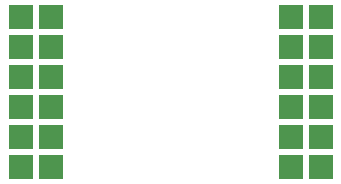
<source format=gbs>
G04 #@! TF.FileFunction,Soldermask,Bot*
%FSLAX46Y46*%
G04 Gerber Fmt 4.6, Leading zero omitted, Abs format (unit mm)*
G04 Created by KiCad (PCBNEW 4.0.6) date 03/27/17 14:11:27*
%MOMM*%
%LPD*%
G01*
G04 APERTURE LIST*
%ADD10C,0.100000*%
%ADD11R,2.140000X2.140000*%
G04 APERTURE END LIST*
D10*
D11*
X125230000Y-91700000D03*
X125230000Y-94240000D03*
X125230000Y-96780000D03*
X125230000Y-99320000D03*
X125230000Y-101860000D03*
X125230000Y-104400000D03*
X145560000Y-104400000D03*
X145560000Y-101860000D03*
X145560000Y-99320000D03*
X145560000Y-96780000D03*
X145560000Y-94240000D03*
X145560000Y-91700000D03*
X148100000Y-104400000D03*
X148100000Y-101860000D03*
X148100000Y-99320000D03*
X148100000Y-96780000D03*
X148100000Y-94240000D03*
X148100000Y-91700000D03*
X122690000Y-91700000D03*
X122690000Y-94240000D03*
X122690000Y-96780000D03*
X122690000Y-99320000D03*
X122690000Y-101860000D03*
X122690000Y-104400000D03*
M02*

</source>
